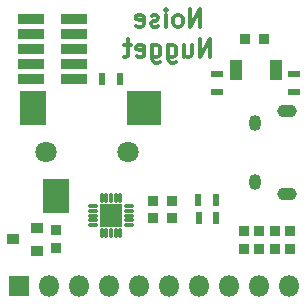
<source format=gbs>
G04 #@! TF.FileFunction,Soldermask,Bot*
%FSLAX46Y46*%
G04 Gerber Fmt 4.6, Leading zero omitted, Abs format (unit mm)*
G04 Created by KiCad (PCBNEW 4.0.7-e0-6372~58~ubuntu16.10.1) date Fri Aug 10 15:11:26 2018*
%MOMM*%
%LPD*%
G01*
G04 APERTURE LIST*
%ADD10C,0.100000*%
%ADD11C,0.300000*%
%ADD12R,0.600000X1.000000*%
%ADD13R,0.850000X0.900000*%
%ADD14R,1.000000X0.600000*%
%ADD15R,0.900000X0.900000*%
%ADD16O,1.050000X1.350000*%
%ADD17O,1.650000X1.100000*%
%ADD18R,1.800000X1.800000*%
%ADD19O,1.800000X1.800000*%
%ADD20O,0.850000X0.300000*%
%ADD21O,0.300000X0.850000*%
%ADD22R,1.025000X1.025000*%
%ADD23R,1.000000X0.900000*%
%ADD24C,1.800000*%
%ADD25R,2.300000X2.900000*%
%ADD26R,2.900000X2.900000*%
%ADD27R,1.000000X1.800000*%
%ADD28R,2.200000X0.850000*%
G04 APERTURE END LIST*
D10*
D11*
X147314286Y-84769289D02*
X147314286Y-83269289D01*
X146457143Y-84769289D01*
X146457143Y-83269289D01*
X145528571Y-84769289D02*
X145671429Y-84697861D01*
X145742857Y-84626432D01*
X145814286Y-84483575D01*
X145814286Y-84055004D01*
X145742857Y-83912147D01*
X145671429Y-83840718D01*
X145528571Y-83769289D01*
X145314286Y-83769289D01*
X145171429Y-83840718D01*
X145100000Y-83912147D01*
X145028571Y-84055004D01*
X145028571Y-84483575D01*
X145100000Y-84626432D01*
X145171429Y-84697861D01*
X145314286Y-84769289D01*
X145528571Y-84769289D01*
X144385714Y-84769289D02*
X144385714Y-83769289D01*
X144385714Y-83269289D02*
X144457143Y-83340718D01*
X144385714Y-83412147D01*
X144314286Y-83340718D01*
X144385714Y-83269289D01*
X144385714Y-83412147D01*
X143742857Y-84697861D02*
X143600000Y-84769289D01*
X143314285Y-84769289D01*
X143171428Y-84697861D01*
X143100000Y-84555004D01*
X143100000Y-84483575D01*
X143171428Y-84340718D01*
X143314285Y-84269289D01*
X143528571Y-84269289D01*
X143671428Y-84197861D01*
X143742857Y-84055004D01*
X143742857Y-83983575D01*
X143671428Y-83840718D01*
X143528571Y-83769289D01*
X143314285Y-83769289D01*
X143171428Y-83840718D01*
X141885714Y-84697861D02*
X142028571Y-84769289D01*
X142314285Y-84769289D01*
X142457142Y-84697861D01*
X142528571Y-84555004D01*
X142528571Y-83983575D01*
X142457142Y-83840718D01*
X142314285Y-83769289D01*
X142028571Y-83769289D01*
X141885714Y-83840718D01*
X141814285Y-83983575D01*
X141814285Y-84126432D01*
X142528571Y-84269289D01*
X148135714Y-87319289D02*
X148135714Y-85819289D01*
X147278571Y-87319289D01*
X147278571Y-85819289D01*
X145921428Y-86319289D02*
X145921428Y-87319289D01*
X146564285Y-86319289D02*
X146564285Y-87105004D01*
X146492857Y-87247861D01*
X146349999Y-87319289D01*
X146135714Y-87319289D01*
X145992857Y-87247861D01*
X145921428Y-87176432D01*
X144564285Y-86319289D02*
X144564285Y-87533575D01*
X144635714Y-87676432D01*
X144707142Y-87747861D01*
X144849999Y-87819289D01*
X145064285Y-87819289D01*
X145207142Y-87747861D01*
X144564285Y-87247861D02*
X144707142Y-87319289D01*
X144992856Y-87319289D01*
X145135714Y-87247861D01*
X145207142Y-87176432D01*
X145278571Y-87033575D01*
X145278571Y-86605004D01*
X145207142Y-86462147D01*
X145135714Y-86390718D01*
X144992856Y-86319289D01*
X144707142Y-86319289D01*
X144564285Y-86390718D01*
X143207142Y-86319289D02*
X143207142Y-87533575D01*
X143278571Y-87676432D01*
X143349999Y-87747861D01*
X143492856Y-87819289D01*
X143707142Y-87819289D01*
X143849999Y-87747861D01*
X143207142Y-87247861D02*
X143349999Y-87319289D01*
X143635713Y-87319289D01*
X143778571Y-87247861D01*
X143849999Y-87176432D01*
X143921428Y-87033575D01*
X143921428Y-86605004D01*
X143849999Y-86462147D01*
X143778571Y-86390718D01*
X143635713Y-86319289D01*
X143349999Y-86319289D01*
X143207142Y-86390718D01*
X141921428Y-87247861D02*
X142064285Y-87319289D01*
X142349999Y-87319289D01*
X142492856Y-87247861D01*
X142564285Y-87105004D01*
X142564285Y-86533575D01*
X142492856Y-86390718D01*
X142349999Y-86319289D01*
X142064285Y-86319289D01*
X141921428Y-86390718D01*
X141849999Y-86533575D01*
X141849999Y-86676432D01*
X142564285Y-86819289D01*
X141421428Y-86319289D02*
X140849999Y-86319289D01*
X141207142Y-85819289D02*
X141207142Y-87105004D01*
X141135714Y-87247861D01*
X140992856Y-87319289D01*
X140849999Y-87319289D01*
D12*
X140500000Y-89200000D03*
X139000000Y-89200000D03*
D13*
X143300000Y-99500000D03*
X143300000Y-101000000D03*
X144900000Y-99500000D03*
X144900000Y-101000000D03*
X154900000Y-102100000D03*
X154900000Y-103600000D03*
D14*
X148700000Y-88800000D03*
X148700000Y-90300000D03*
D13*
X153600000Y-103600000D03*
X153600000Y-102100000D03*
X152300000Y-103600000D03*
X152300000Y-102100000D03*
X135059793Y-101992047D03*
X135059793Y-103492047D03*
D12*
X148650000Y-101000000D03*
X147150000Y-101000000D03*
X148610000Y-99470000D03*
X147110000Y-99470000D03*
D14*
X155200000Y-88800000D03*
X155200000Y-90300000D03*
D15*
X151100000Y-85800000D03*
X152700000Y-85800000D03*
D16*
X151900000Y-97900000D03*
X151900000Y-92900000D03*
D17*
X154600000Y-98900000D03*
X154600000Y-91900000D03*
D13*
X151000000Y-103600000D03*
X151000000Y-102100000D03*
D18*
X131920000Y-106740000D03*
D19*
X134460000Y-106740000D03*
X137000000Y-106740000D03*
X139540000Y-106740000D03*
X142080000Y-106740000D03*
X144620000Y-106740000D03*
X147160000Y-106740000D03*
X149700000Y-106740000D03*
X152240000Y-106740000D03*
X154780000Y-106740000D03*
D20*
X138237500Y-101562500D03*
X138237500Y-101162500D03*
X138237500Y-100762500D03*
X138237500Y-100362500D03*
X138237500Y-99962500D03*
D21*
X138937500Y-99262500D03*
X139337500Y-99262500D03*
X139737500Y-99262500D03*
X140137500Y-99262500D03*
X140537500Y-99262500D03*
D20*
X141237500Y-99962500D03*
X141237500Y-100362500D03*
X141237500Y-100762500D03*
X141237500Y-101162500D03*
X141237500Y-101562500D03*
D21*
X140537500Y-102262500D03*
X140137500Y-102262500D03*
X139737500Y-102262500D03*
X139337500Y-102262500D03*
X138937500Y-102262500D03*
D22*
X140200000Y-100300000D03*
X140200000Y-101225000D03*
X139275000Y-100300000D03*
X139275000Y-101225000D03*
D23*
X133459793Y-101842047D03*
X133459793Y-103742047D03*
X131459793Y-102792047D03*
D24*
X134200000Y-95400000D03*
X141200000Y-95400000D03*
D25*
X133100000Y-91700000D03*
X135100000Y-99100000D03*
D26*
X142500000Y-91700000D03*
D27*
X150300000Y-88400000D03*
X153700000Y-88400000D03*
D28*
X133000000Y-84120000D03*
X136600000Y-84120000D03*
X133000000Y-85390000D03*
X136600000Y-85390000D03*
X133000000Y-86660000D03*
X136600000Y-86660000D03*
X133000000Y-87930000D03*
X136600000Y-87930000D03*
X133000000Y-89200000D03*
X136600000Y-89200000D03*
M02*

</source>
